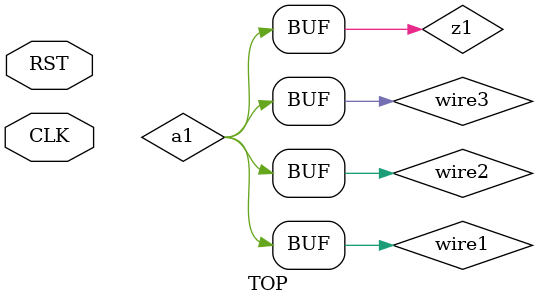
<source format=v>
module TOP(CLK, RST);
  input CLK,RST;
  wire a1,wire1,wire2,wire3,z1;

  assign a1 = wire1;
  assign wire1 = wire2;
  assign wire2 = !wire3;
  assign wire3 = wire1;
  assign z1 = wire1;

endmodule


</source>
